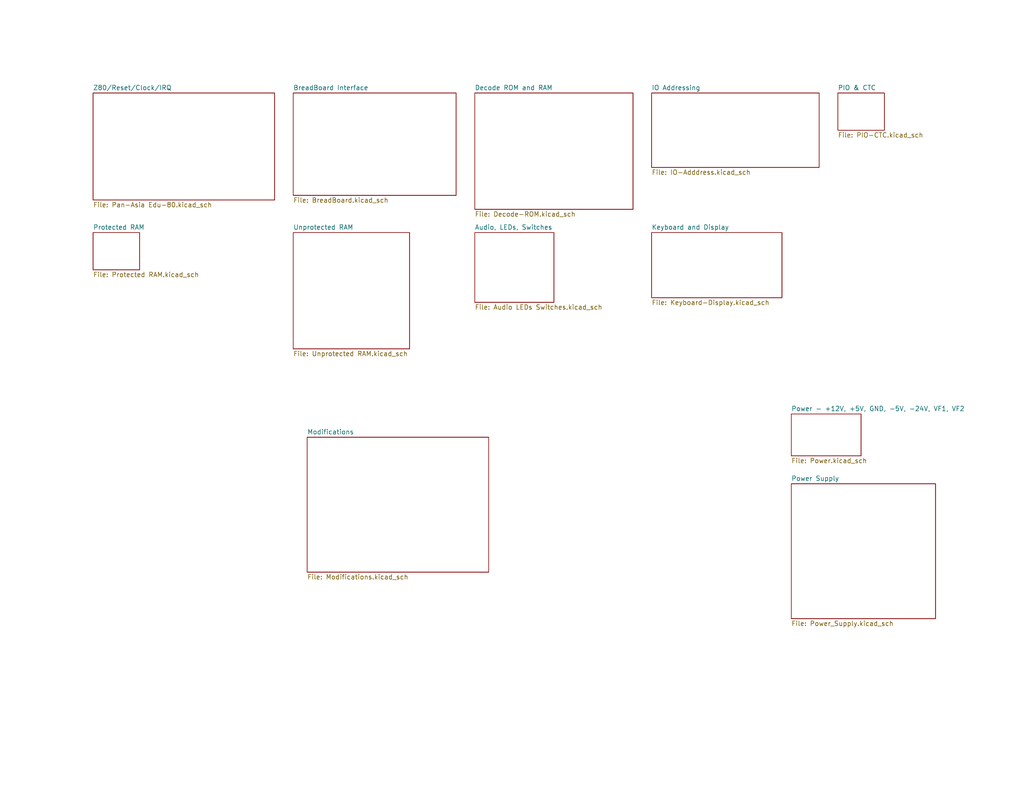
<source format=kicad_sch>
(kicad_sch (version 20230121) (generator eeschema)
  (paper "A")
  (title_block (title "Edu-80 Z80 Trainer") (date "2023-06-05") (rev "0.1") (company "Strangers") (comment 4 "Author: James D. Tucker"))
  (lib_symbols)
  (sheet (at 80.01 25.4) (size 44.45 27.94)
    (property "Sheetname" "BreadBoard Interface" (at 80.01 24.6884 0) (effects (justify left bottom)))
    (property "Sheetfile" "BreadBoard.kicad_sch" (at 80.01 53.9246 0) (effects (justify left top)))
  )
  (sheet (at 129.54 25.4) (size 43.18 31.75)
    (property "Sheetname" "Decode ROM and RAM" (at 129.54 24.6884 0) (effects (justify left bottom)))
    (property "Sheetfile" "Decode-ROM.kicad_sch" (at 129.54 57.7346 0) (effects (justify left top)))
  )
  (sheet (at 177.8 63.5) (size 35.56 17.78)
    (property "Sheetname" "Keyboard and Display" (at 177.8 62.7884 0) (effects (justify left bottom)))
    (property "Sheetfile" "Keyboard-Display.kicad_sch" (at 177.8 81.8646 0) (effects (justify left top)))
  )
  (sheet (at 25.4 63.5) (size 12.7 10.16)
    (property "Sheetname" "Protected RAM" (at 25.4 62.7884 0) (effects (justify left bottom)))
    (property "Sheetfile" "Protected RAM.kicad_sch" (at 25.4 74.2446 0) (effects (justify left top)))
  )
  (sheet (at 177.8 25.4) (size 45.72 20.32)
    (property "Sheetname" "IO Addressing" (at 177.8 24.6884 0) (effects (justify left bottom)))
    (property "Sheetfile" "IO-Adddress.kicad_sch" (at 177.8 46.3046 0) (effects (justify left top)))
  )
  (sheet (at 228.6 25.4) (size 12.7 10.16)
    (property "Sheetname" "PIO & CTC" (at 228.6 24.6884 0) (effects (justify left bottom)))
    (property "Sheetfile" "PIO-CTC.kicad_sch" (at 228.6 36.1446 0) (effects (justify left top)))
  )
  (sheet (at 215.9 113.03) (size 19.05 11.43)
    (property "Sheetname" "Power - +12V, +5V, GND, -5V, -24V, VF1, VF2" (at 215.9 112.3184 0) (effects (justify left bottom)))
    (property "Sheetfile" "Power.kicad_sch" (at 215.9 125.0446 0) (effects (justify left top)))
  )
  (sheet (at 80.01 63.5) (size 31.75 31.75)
    (property "Sheetname" "Unprotected RAM" (at 80.01 62.7884 0) (effects (justify left bottom)))
    (property "Sheetfile" "Unprotected RAM.kicad_sch" (at 80.01 95.8346 0) (effects (justify left top)))
  )
  (sheet (at 129.54 63.5) (size 21.59 19.05)
    (property "Sheetname" "Audio, LEDs, Switches" (at 129.54 62.7884 0) (effects (justify left bottom)))
    (property "Sheetfile" "Audio LEDs Switches.kicad_sch" (at 129.54 83.1346 0) (effects (justify left top)))
  )
  (sheet (at 25.4 25.4) (size 49.53 29.21)
    (property "Sheetname" "Z80/Reset/Clock/IRQ" (at 25.4 24.6884 0) (effects (justify left bottom)))
    (property "Sheetfile" "Pan-Asia Edu-80.kicad_sch" (at 25.4 55.1946 0) (effects (justify left top)))
  )
  (sheet (at 83.82 119.38) (size 49.53 36.83) (stroke (width 0.1524))
    (property "Sheetname" "Modifications" (at 83.82 118.6684 0) (effects (justify left bottom)))
    (property "Sheetfile" "Modifications.kicad_sch" (at 83.82 156.7946 0) (effects (justify left top)))
  )
  (sheet (at 215.9 132.08) (size 39.37 36.83) (stroke (width 0.1524))
    (property "Sheetname" "Power Supply" (at 215.9 131.3684 0) (effects (justify left bottom)))
    (property "Sheetfile" "Power_Supply.kicad_sch" (at 215.9 169.4946 0) (effects (justify left top)))
  )
)
</source>
